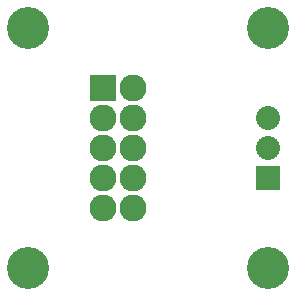
<source format=gbs>
G04 (created by PCBNEW-RS274X (2012-apr-16-27)-stable) date Thu 24 Jul 2014 05:04:11 PM PDT*
G01*
G70*
G90*
%MOIN*%
G04 Gerber Fmt 3.4, Leading zero omitted, Abs format*
%FSLAX34Y34*%
G04 APERTURE LIST*
%ADD10C,0.006000*%
%ADD11R,0.090000X0.090000*%
%ADD12C,0.090000*%
%ADD13R,0.080000X0.080000*%
%ADD14C,0.080000*%
%ADD15C,0.140000*%
G04 APERTURE END LIST*
G54D10*
G54D11*
X23500Y-23000D03*
G54D12*
X24500Y-23000D03*
X23500Y-24000D03*
X24500Y-24000D03*
X23500Y-25000D03*
X24500Y-25000D03*
X23500Y-26000D03*
X24500Y-26000D03*
X23500Y-27000D03*
X24500Y-27000D03*
G54D13*
X29000Y-26000D03*
G54D14*
X29000Y-25000D03*
X29000Y-24000D03*
G54D15*
X21000Y-21000D03*
X29000Y-21000D03*
X29000Y-29000D03*
X21000Y-29000D03*
M02*

</source>
